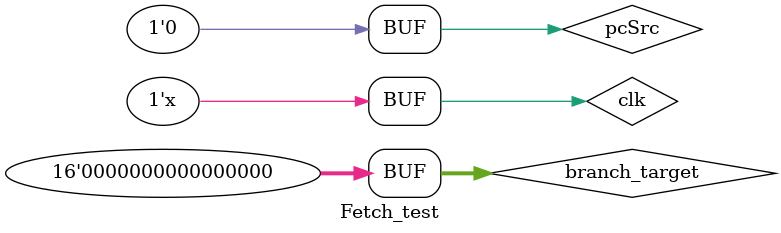
<source format=v>
`timescale 1ns / 1ps


module Fetch_test;

	// Inputs
	reg clk;
	reg [15:0] branch_target;
	reg pcSrc;

	// Outputs
	wire hit;
	wire [15:0] pc_inc2;
	wire [15:0] instruction;

	// Instantiate the Unit Under Test (UUT)
	Fetch_stage uut (
		.clk(clk), 
		.branch_target(branch_target), 
		.pcSrc(pcSrc), 
		.hit(hit), 
		.pc_inc2(pc_inc2), 
		.instruction(instruction)
	);

	initial begin
		// Initialize Inputs
		clk = 0;
		branch_target = 0;
		pcSrc = 0;

		// Wait 100 ns for global reset to finish
		#100;
        
		// Add stimulus here

	end
   always #30 clk = ~clk;   
endmodule


</source>
